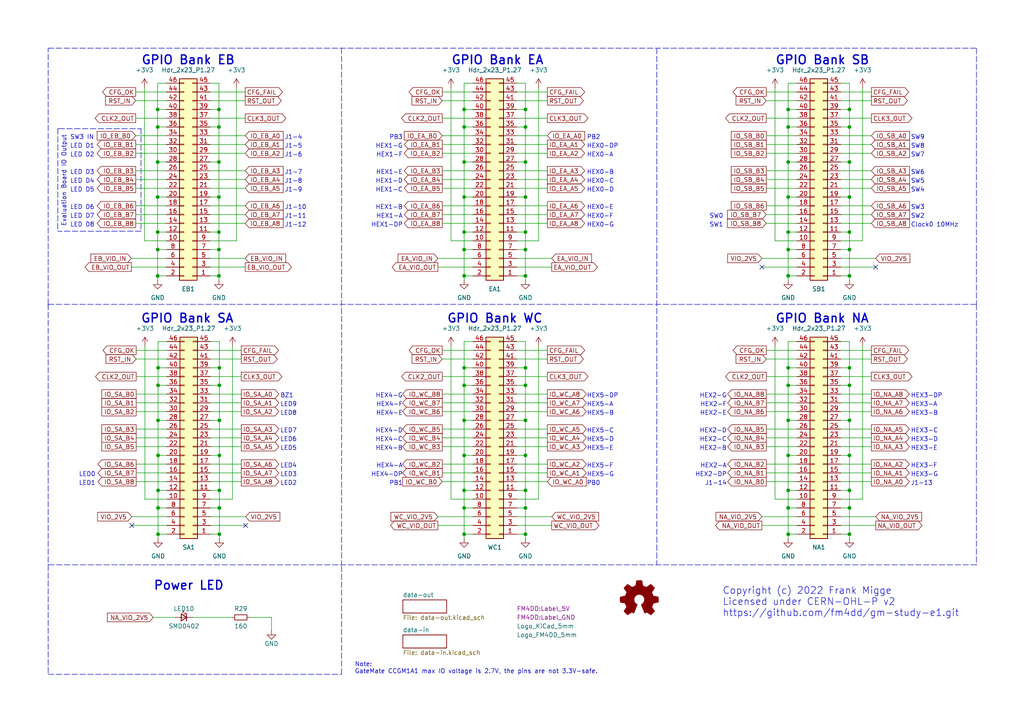
<source format=kicad_sch>
(kicad_sch (version 20211123) (generator eeschema)
  (paper "A4")
  (title_block (title "GateMate E1 Study Board") (date "2022-09-07") (rev "1.0"))
  (lib_symbols
    (symbol "Connector_Generic:Conn_02x23_Odd_Even" (pin_names (offset 1.016) hide)
      (property "Reference" "J" (at 1.27 30.48 0))
      (property "Value" "Conn_02x23_Odd_Even" (at 1.27 -30.48 0))
      (symbol "Conn_02x23_Odd_Even_1_1"
        (pin passive line (at -5.08 27.94 0) (length 3.81) (name "Pin_1") (number "1"))
        (pin passive line (at 7.62 17.78 180) (length 3.81) (name "Pin_10") (number "10"))
        (pin passive line (at -5.08 15.24 0) (length 3.81) (name "Pin_11") (number "11"))
        (pin passive line (at 7.62 15.24 180) (length 3.81) (name "Pin_12") (number "12"))
        (pin passive line (at -5.08 12.7 0) (length 3.81) (name "Pin_13") (number "13"))
        (pin passive line (at 7.62 12.7 180) (length 3.81) (name "Pin_14") (number "14"))
        (pin passive line (at -5.08 10.16 0) (length 3.81) (name "Pin_15") (number "15"))
        (pin passive line (at 7.62 10.16 180) (length 3.81) (name "Pin_16") (number "16"))
        (pin passive line (at -5.08 7.62 0) (length 3.81) (name "Pin_17") (number "17"))
        (pin passive line (at 7.62 7.62 180) (length 3.81) (name "Pin_18") (number "18"))
        (pin passive line (at -5.08 5.08 0) (length 3.81) (name "Pin_19") (number "19"))
        (pin passive line (at 7.62 27.94 180) (length 3.81) (name "Pin_2") (number "2"))
        (pin passive line (at 7.62 5.08 180) (length 3.81) (name "Pin_20") (number "20"))
        (pin passive line (at -5.08 2.54 0) (length 3.81) (name "Pin_21") (number "21"))
        (pin passive line (at 7.62 2.54 180) (length 3.81) (name "Pin_22") (number "22"))
        (pin passive line (at -5.08 0 0) (length 3.81) (name "Pin_23") (number "23"))
        (pin passive line (at 7.62 0 180) (length 3.81) (name "Pin_24") (number "24"))
        (pin passive line (at -5.08 -2.54 0) (length 3.81) (name "Pin_25") (number "25"))
        (pin passive line (at 7.62 -2.54 180) (length 3.81) (name "Pin_26") (number "26"))
        (pin passive line (at -5.08 -5.08 0) (length 3.81) (name "Pin_27") (number "27"))
        (pin passive line (at 7.62 -5.08 180) (length 3.81) (name "Pin_28") (number "28"))
        (pin passive line (at -5.08 -7.62 0) (length 3.81) (name "Pin_29") (number "29"))
        (pin passive line (at -5.08 25.4 0) (length 3.81) (name "Pin_3") (number "3"))
        (pin passive line (at 7.62 -7.62 180) (length 3.81) (name "Pin_30") (number "30"))
        (pin passive line (at -5.08 -10.16 0) (length 3.81) (name "Pin_31") (number "31"))
        (pin passive line (at 7.62 -10.16 180) (length 3.81) (name "Pin_32") (number "32"))
        (pin passive line (at -5.08 -12.7 0) (length 3.81) (name "Pin_33") (number "33"))
        (pin passive line (at 7.62 -12.7 180) (length 3.81) (name "Pin_34") (number "34"))
        (pin passive line (at -5.08 -15.24 0) (length 3.81) (name "Pin_35") (number "35"))
        (pin passive line (at 7.62 -15.24 180) (length 3.81) (name "Pin_36") (number "36"))
        (pin passive line (at -5.08 -17.78 0) (length 3.81) (name "Pin_37") (number "37"))
        (pin passive line (at 7.62 -17.78 180) (length 3.81) (name "Pin_38") (number "38"))
        (pin passive line (at -5.08 -20.32 0) (length 3.81) (name "Pin_39") (number "39"))
        (pin passive line (at 7.62 25.4 180) (length 3.81) (name "Pin_4") (number "4"))
        (pin passive line (at 7.62 -20.32 180) (length 3.81) (name "Pin_40") (number "40"))
        (pin passive line (at -5.08 -22.86 0) (length 3.81) (name "Pin_41") (number "41"))
        (pin passive line (at 7.62 -22.86 180) (length 3.81) (name "Pin_42") (number "42"))
        (pin passive line (at -5.08 -25.4 0) (length 3.81) (name "Pin_43") (number "43"))
        (pin passive line (at 7.62 -25.4 180) (length 3.81) (name "Pin_44") (number "44"))
        (pin passive line (at -5.08 -27.94 0) (length 3.81) (name "Pin_45") (number "45"))
        (pin passive line (at 7.62 -27.94 180) (length 3.81) (name "Pin_46") (number "46"))
        (pin passive line (at -5.08 22.86 0) (length 3.81) (name "Pin_5") (number "5"))
        (pin passive line (at 7.62 22.86 180) (length 3.81) (name "Pin_6") (number "6"))
        (pin passive line (at -5.08 20.32 0) (length 3.81) (name "Pin_7") (number "7"))
        (pin passive line (at 7.62 20.32 180) (length 3.81) (name "Pin_8") (number "8"))
        (pin passive line (at -5.08 17.78 0) (length 3.81) (name "Pin_9") (number "9"))
      )
    )
    (symbol "Device:LED_Small" (pin_numbers hide) (pin_names (offset 0.254) hide)
      (property "Reference" "D" (at -1.27 3.175 0))
      (property "Value" "LED_Small" (at -4.445 -2.54 0))
      (symbol "LED_Small_1_1"
        (pin passive line (at -2.54 0 0) (length 1.778) (name "K") (number "1"))
        (pin passive line (at 2.54 0 180) (length 1.778) (name "A") (number "2"))
      )
    )
    (symbol "Device:R_Small" (pin_numbers hide) (pin_names (offset 0.254) hide)
      (property "Reference" "R" (at 0.762 0.508 0))
      (property "Value" "R_Small" (at 0.762 -1.016 0))
      (symbol "R_Small_1_1"
        (pin passive line (at 0 2.54 270) (length 0.762) (name "~") (number "1"))
        (pin passive line (at 0 -2.54 90) (length 0.762) (name "~") (number "2"))
      )
    )
    (symbol "FM4DD:Label_5V" (pin_numbers hide) (pin_names (offset 0) hide)
      (property "Footprint" "FM4DD:5V_Label" (at 0 0 0))
    )
    (symbol "FM4DD:Label_GND" (pin_numbers hide) (pin_names (offset 0) hide)
      (property "Footprint" "FM4DD:GND_Label" (at 0 0 0))
    )
    (symbol "FM4DD:Logo_FM4DD_5mm" (pin_names (offset 1.016))
      (property "Value" "Logo_FM4DD_5mm" (at 0 0 0))
    )
    (symbol "FM4DD:Logo_KiCad_5mm" (pin_names (offset 1.016))
      (property "Value" "Logo_KiCad_5mm" (at 0 0 0))
    )
    (symbol "Graphic:Logo_Open_Hardware_Small" (pin_names (offset 1.016)))
    (symbol "power:+3V3" (power) (pin_names (offset 0))
      (property "Value" "+3V3" (at 0 3.556 0))
      (symbol "+3V3_1_1"
        (pin power_in line (at 0 0 90) (length 0) hide (name "+3V3") (number "1"))
      )
    )
    (symbol "power:GND" (power) (pin_names (offset 0))
      (property "Value" "GND" (at 0 -3.81 0))
      (symbol "GND_1_1"
        (pin power_in line (at 0 0 270) (length 0) hide (name "GND") (number "1"))
      )
    )
  )
  (junction (at 152.4 80.01))
  (junction (at 45.847 121.92))
  (junction (at 246.38 132.08))
  (junction (at 134.62 132.08))
  (junction (at 63.5 36.83))
  (junction (at 246.38 147.32))
  (junction (at 228.6 31.75))
  (junction (at 152.4 142.24))
  (junction (at 246.38 67.31))
  (junction (at 45.847 132.08))
  (junction (at 228.6 72.39))
  (junction (at 152.4 36.83))
  (junction (at 45.72 31.75))
  (junction (at 63.627 142.24))
  (junction (at 134.62 31.75))
  (junction (at 228.6 57.15))
  (junction (at 246.38 36.83))
  (junction (at 63.5 57.15))
  (junction (at 63.627 121.92))
  (junction (at 134.62 46.99))
  (junction (at 246.38 57.15))
  (junction (at 45.72 36.83))
  (junction (at 228.6 67.31))
  (junction (at 228.6 46.99))
  (junction (at 63.5 80.01))
  (junction (at 134.62 121.92))
  (junction (at 63.627 147.32))
  (junction (at 45.72 46.99))
  (junction (at 45.72 57.15))
  (junction (at 246.38 142.24))
  (junction (at 152.4 121.92))
  (junction (at 45.847 147.32))
  (junction (at 134.62 80.01))
  (junction (at 246.38 154.94))
  (junction (at 45.847 111.76))
  (junction (at 134.62 57.15))
  (junction (at 228.6 132.08))
  (junction (at 228.6 111.76))
  (junction (at 152.4 111.76))
  (junction (at 134.62 36.83))
  (junction (at 228.6 121.92))
  (junction (at 246.38 106.68))
  (junction (at 45.847 106.68))
  (junction (at 134.62 142.24))
  (junction (at 45.72 72.39))
  (junction (at 228.6 154.94))
  (junction (at 228.6 80.01))
  (junction (at 134.62 147.32))
  (junction (at 246.38 72.39))
  (junction (at 246.38 31.75))
  (junction (at 134.62 72.39))
  (junction (at 246.38 46.99))
  (junction (at 246.38 111.76))
  (junction (at 152.4 106.68))
  (junction (at 63.5 31.75))
  (junction (at 246.38 121.92))
  (junction (at 63.627 132.08))
  (junction (at 63.5 67.31))
  (junction (at 134.62 67.31))
  (junction (at 228.6 147.32))
  (junction (at 152.4 57.15))
  (junction (at 228.6 36.83))
  (junction (at 246.38 80.01))
  (junction (at 45.847 154.94))
  (junction (at 45.847 142.24))
  (junction (at 152.4 31.75))
  (junction (at 228.6 142.24))
  (junction (at 45.72 67.31))
  (junction (at 134.62 111.76))
  (junction (at 134.62 106.68))
  (junction (at 152.4 67.31))
  (junction (at 152.4 132.08))
  (junction (at 228.6 106.68))
  (junction (at 152.4 72.39))
  (junction (at 63.627 111.76))
  (junction (at 63.627 154.94))
  (junction (at 63.627 106.68))
  (junction (at 134.62 154.94))
  (junction (at 45.72 80.01))
  (junction (at 152.4 154.94))
  (junction (at 63.5 46.99))
  (junction (at 152.4 147.32))
  (junction (at 63.5 72.39))
  (junction (at 152.4 46.99))
  (no_connect (at 38.227 152.4))
  (no_connect (at 71.247 152.4))
  (no_connect (at 254 77.47))
  (no_connect (at 220.98 77.47))
  (wire (pts (xy 149.86 154.94) (xy 152.4 154.94)))
  (wire (pts (xy 149.86 46.99) (xy 152.4 46.99)))
  (wire (pts (xy 246.38 36.83) (xy 246.38 46.99)))
  (wire (pts (xy 250.19 25.4) (xy 250.19 69.85)))
  (wire (pts (xy 156.21 25.4) (xy 156.21 69.85)))
  (wire (pts (xy 63.627 121.92) (xy 63.627 132.08)))
  (wire (pts (xy 228.6 80.01) (xy 231.14 80.01)))
  (wire (pts (xy 45.847 99.06) (xy 45.847 106.68)))
  (wire (pts (xy 134.62 132.08) (xy 137.16 132.08)))
  (wire (pts (xy 60.96 39.37) (xy 71.12 39.37)))
  (wire (pts (xy 149.86 114.3) (xy 158.75 114.3)))
  (wire (pts (xy 134.62 80.01) (xy 137.16 80.01)))
  (wire (pts (xy 149.86 147.32) (xy 152.4 147.32)))
  (wire (pts (xy 63.5 36.83) (xy 63.5 46.99)))
  (wire (pts (xy 60.96 67.31) (xy 63.5 67.31)))
  (wire (pts (xy 222.25 139.7) (xy 231.14 139.7)))
  (wire (pts (xy 61.087 99.06) (xy 63.627 99.06)))
  (wire (pts (xy 45.847 147.32) (xy 45.847 154.94)))
  (wire (pts (xy 134.62 106.68) (xy 137.16 106.68)))
  (wire (pts (xy 60.96 31.75) (xy 63.5 31.75)))
  (wire (pts (xy 39.37 29.21) (xy 48.26 29.21)))
  (wire (pts (xy 243.84 26.67) (xy 252.73 26.67)))
  (polyline (pts (xy 13.97 88.9) (xy 13.97 88.265)))
  (wire (pts (xy 246.38 132.08) (xy 246.38 142.24)))
  (wire (pts (xy 45.72 36.83) (xy 48.26 36.83)))
  (wire (pts (xy 222.25 124.46) (xy 231.14 124.46)))
  (wire (pts (xy 60.96 64.77) (xy 71.12 64.77)))
  (wire (pts (xy 130.81 100.33) (xy 130.81 144.78)))
  (wire (pts (xy 128.27 64.77) (xy 137.16 64.77)))
  (wire (pts (xy 134.62 142.24) (xy 137.16 142.24)))
  (wire (pts (xy 39.37 44.45) (xy 48.26 44.45)))
  (wire (pts (xy 128.27 114.3) (xy 137.16 114.3)))
  (wire (pts (xy 243.84 62.23) (xy 252.73 62.23)))
  (wire (pts (xy 45.847 106.68) (xy 48.387 106.68)))
  (wire (pts (xy 149.86 54.61) (xy 158.75 54.61)))
  (wire (pts (xy 63.627 132.08) (xy 63.627 142.24)))
  (wire (pts (xy 243.84 142.24) (xy 246.38 142.24)))
  (wire (pts (xy 48.387 99.06) (xy 45.847 99.06)))
  (wire (pts (xy 246.38 121.92) (xy 246.38 132.08)))
  (wire (pts (xy 134.62 132.08) (xy 134.62 142.24)))
  (wire (pts (xy 243.84 134.62) (xy 252.73 134.62)))
  (wire (pts (xy 243.84 106.68) (xy 246.38 106.68)))
  (polyline (pts (xy 13.97 195.58) (xy 99.06 195.58)))
  (wire (pts (xy 228.6 67.31) (xy 228.6 72.39)))
  (wire (pts (xy 39.497 129.54) (xy 48.387 129.54)))
  (wire (pts (xy 243.84 116.84) (xy 252.73 116.84)))
  (wire (pts (xy 128.27 116.84) (xy 137.16 116.84)))
  (wire (pts (xy 60.96 36.83) (xy 63.5 36.83)))
  (wire (pts (xy 63.5 57.15) (xy 63.5 67.31)))
  (wire (pts (xy 228.6 147.32) (xy 231.14 147.32)))
  (wire (pts (xy 61.087 137.16) (xy 69.977 137.16)))
  (wire (pts (xy 39.497 116.84) (xy 48.387 116.84)))
  (wire (pts (xy 67.437 100.33) (xy 67.437 144.78)))
  (wire (pts (xy 61.087 104.14) (xy 69.977 104.14)))
  (wire (pts (xy 228.6 111.76) (xy 228.6 121.92)))
  (wire (pts (xy 222.25 116.84) (xy 231.14 116.84)))
  (wire (pts (xy 61.087 106.68) (xy 63.627 106.68)))
  (wire (pts (xy 39.37 26.67) (xy 48.26 26.67)))
  (wire (pts (xy 134.62 36.83) (xy 134.62 46.99)))
  (wire (pts (xy 243.84 127) (xy 252.73 127)))
  (wire (pts (xy 39.497 124.46) (xy 48.387 124.46)))
  (polyline (pts (xy 16.764 37.338) (xy 17.272 37.338)))
  (wire (pts (xy 228.6 154.94) (xy 228.6 156.21)))
  (wire (pts (xy 45.847 121.92) (xy 45.847 132.08)))
  (wire (pts (xy 149.86 119.38) (xy 158.75 119.38)))
  (wire (pts (xy 149.86 129.54) (xy 158.75 129.54)))
  (wire (pts (xy 243.84 77.47) (xy 254 77.47)))
  (wire (pts (xy 222.25 41.91) (xy 231.14 41.91)))
  (polyline (pts (xy 13.97 88.265) (xy 13.97 163.83)))
  (wire (pts (xy 228.6 31.75) (xy 231.14 31.75)))
  (wire (pts (xy 250.19 69.85) (xy 243.84 69.85)))
  (wire (pts (xy 224.79 100.33) (xy 224.79 144.78)))
  (wire (pts (xy 45.72 46.99) (xy 45.72 57.15)))
  (wire (pts (xy 130.81 144.78) (xy 137.16 144.78)))
  (wire (pts (xy 60.96 59.69) (xy 71.12 59.69)))
  (wire (pts (xy 134.62 72.39) (xy 137.16 72.39)))
  (wire (pts (xy 60.96 74.93) (xy 71.12 74.93)))
  (wire (pts (xy 222.25 29.21) (xy 231.14 29.21)))
  (wire (pts (xy 134.62 46.99) (xy 137.16 46.99)))
  (wire (pts (xy 61.087 101.6) (xy 69.977 101.6)))
  (wire (pts (xy 231.14 24.13) (xy 228.6 24.13)))
  (wire (pts (xy 45.72 67.31) (xy 48.26 67.31)))
  (wire (pts (xy 38.1 77.47) (xy 48.26 77.47)))
  (wire (pts (xy 127 152.4) (xy 137.16 152.4)))
  (wire (pts (xy 39.497 134.62) (xy 48.387 134.62)))
  (wire (pts (xy 128.27 59.69) (xy 137.16 59.69)))
  (wire (pts (xy 149.86 137.16) (xy 158.75 137.16)))
  (wire (pts (xy 60.96 24.13) (xy 63.5 24.13)))
  (wire (pts (xy 243.84 39.37) (xy 252.73 39.37)))
  (wire (pts (xy 243.84 29.21) (xy 252.73 29.21)))
  (wire (pts (xy 228.6 147.32) (xy 228.6 154.94)))
  (wire (pts (xy 149.86 59.69) (xy 158.75 59.69)))
  (wire (pts (xy 149.86 106.68) (xy 152.4 106.68)))
  (wire (pts (xy 243.84 54.61) (xy 252.73 54.61)))
  (wire (pts (xy 152.4 132.08) (xy 152.4 142.24)))
  (wire (pts (xy 243.84 49.53) (xy 252.73 49.53)))
  (wire (pts (xy 41.91 69.85) (xy 48.26 69.85)))
  (wire (pts (xy 128.27 127) (xy 137.16 127)))
  (wire (pts (xy 134.62 106.68) (xy 134.62 111.76)))
  (wire (pts (xy 63.627 142.24) (xy 63.627 147.32)))
  (polyline (pts (xy 283.21 163.83) (xy 13.97 163.83)))
  (wire (pts (xy 39.37 59.69) (xy 48.26 59.69)))
  (wire (pts (xy 246.38 24.13) (xy 246.38 31.75)))
  (wire (pts (xy 38.227 152.4) (xy 48.387 152.4)))
  (wire (pts (xy 246.38 67.31) (xy 246.38 72.39)))
  (wire (pts (xy 63.5 67.31) (xy 63.5 72.39)))
  (wire (pts (xy 134.62 154.94) (xy 137.16 154.94)))
  (wire (pts (xy 243.84 31.75) (xy 246.38 31.75)))
  (wire (pts (xy 149.86 41.91) (xy 158.75 41.91)))
  (wire (pts (xy 134.62 57.15) (xy 134.62 67.31)))
  (wire (pts (xy 222.25 54.61) (xy 231.14 54.61)))
  (wire (pts (xy 149.86 62.23) (xy 158.75 62.23)))
  (wire (pts (xy 134.62 111.76) (xy 137.16 111.76)))
  (wire (pts (xy 228.6 57.15) (xy 231.14 57.15)))
  (wire (pts (xy 134.62 154.94) (xy 134.62 156.21)))
  (wire (pts (xy 149.86 77.47) (xy 160.02 77.47)))
  (wire (pts (xy 60.96 26.67) (xy 71.12 26.67)))
  (wire (pts (xy 128.27 26.67) (xy 137.16 26.67)))
  (wire (pts (xy 246.38 147.32) (xy 246.38 154.94)))
  (wire (pts (xy 127 77.47) (xy 137.16 77.47)))
  (wire (pts (xy 45.847 121.92) (xy 48.387 121.92)))
  (wire (pts (xy 152.4 72.39) (xy 152.4 80.01)))
  (wire (pts (xy 149.86 134.62) (xy 158.75 134.62)))
  (wire (pts (xy 246.38 111.76) (xy 246.38 121.92)))
  (wire (pts (xy 246.38 31.75) (xy 246.38 36.83)))
  (wire (pts (xy 228.6 132.08) (xy 231.14 132.08)))
  (wire (pts (xy 128.27 124.46) (xy 137.16 124.46)))
  (wire (pts (xy 61.087 139.7) (xy 69.977 139.7)))
  (wire (pts (xy 228.6 72.39) (xy 228.6 80.01)))
  (wire (pts (xy 243.84 52.07) (xy 252.73 52.07)))
  (wire (pts (xy 137.16 24.13) (xy 134.62 24.13)))
  (wire (pts (xy 220.98 74.93) (xy 231.14 74.93)))
  (wire (pts (xy 61.087 147.32) (xy 63.627 147.32)))
  (wire (pts (xy 42.037 100.33) (xy 42.037 144.78)))
  (wire (pts (xy 222.25 114.3) (xy 231.14 114.3)))
  (wire (pts (xy 152.4 111.76) (xy 152.4 121.92)))
  (wire (pts (xy 60.96 62.23) (xy 71.12 62.23)))
  (wire (pts (xy 45.847 154.94) (xy 48.387 154.94)))
  (wire (pts (xy 222.25 62.23) (xy 231.14 62.23)))
  (wire (pts (xy 243.84 111.76) (xy 246.38 111.76)))
  (wire (pts (xy 41.91 25.4) (xy 41.91 69.85)))
  (wire (pts (xy 128.27 44.45) (xy 137.16 44.45)))
  (wire (pts (xy 45.847 142.24) (xy 45.847 147.32)))
  (wire (pts (xy 149.86 99.06) (xy 152.4 99.06)))
  (wire (pts (xy 243.84 74.93) (xy 254 74.93)))
  (wire (pts (xy 228.6 24.13) (xy 228.6 31.75)))
  (wire (pts (xy 134.62 31.75) (xy 137.16 31.75)))
  (wire (pts (xy 61.087 149.86) (xy 71.247 149.86)))
  (wire (pts (xy 60.96 29.21) (xy 71.12 29.21)))
  (wire (pts (xy 152.4 106.68) (xy 152.4 111.76)))
  (wire (pts (xy 149.86 142.24) (xy 152.4 142.24)))
  (wire (pts (xy 63.5 46.99) (xy 63.5 57.15)))
  (wire (pts (xy 60.96 46.99) (xy 63.5 46.99)))
  (wire (pts (xy 149.86 109.22) (xy 158.75 109.22)))
  (wire (pts (xy 42.037 144.78) (xy 48.387 144.78)))
  (wire (pts (xy 60.96 54.61) (xy 71.12 54.61)))
  (wire (pts (xy 63.627 154.94) (xy 63.627 156.21)))
  (wire (pts (xy 149.86 24.13) (xy 152.4 24.13)))
  (polyline (pts (xy 13.97 88.265) (xy 283.21 88.265)))
  (wire (pts (xy 134.62 80.01) (xy 134.62 81.28)))
  (wire (pts (xy 60.96 49.53) (xy 71.12 49.53)))
  (wire (pts (xy 39.37 34.29) (xy 48.26 34.29)))
  (wire (pts (xy 61.087 109.22) (xy 69.977 109.22)))
  (wire (pts (xy 243.84 129.54) (xy 252.73 129.54)))
  (wire (pts (xy 61.087 121.92) (xy 63.627 121.92)))
  (wire (pts (xy 152.4 24.13) (xy 152.4 31.75)))
  (wire (pts (xy 222.25 64.77) (xy 231.14 64.77)))
  (polyline (pts (xy 283.21 88.265) (xy 283.21 163.83)))
  (wire (pts (xy 224.79 69.85) (xy 231.14 69.85)))
  (wire (pts (xy 67.437 144.78) (xy 61.087 144.78)))
  (wire (pts (xy 55.88 179.07) (xy 67.31 179.07)))
  (wire (pts (xy 149.86 67.31) (xy 152.4 67.31)))
  (wire (pts (xy 45.847 132.08) (xy 48.387 132.08)))
  (wire (pts (xy 45.72 57.15) (xy 48.26 57.15)))
  (wire (pts (xy 243.84 124.46) (xy 252.73 124.46)))
  (wire (pts (xy 149.86 104.14) (xy 158.75 104.14)))
  (wire (pts (xy 243.84 121.92) (xy 246.38 121.92)))
  (wire (pts (xy 45.72 57.15) (xy 45.72 67.31)))
  (wire (pts (xy 72.39 179.07) (xy 78.74 179.07)))
  (wire (pts (xy 134.62 31.75) (xy 134.62 36.83)))
  (wire (pts (xy 45.72 72.39) (xy 48.26 72.39)))
  (wire (pts (xy 149.86 26.67) (xy 158.75 26.67)))
  (wire (pts (xy 60.96 41.91) (xy 71.12 41.91)))
  (wire (pts (xy 61.087 132.08) (xy 63.627 132.08)))
  (wire (pts (xy 222.25 129.54) (xy 231.14 129.54)))
  (wire (pts (xy 39.37 64.77) (xy 48.26 64.77)))
  (wire (pts (xy 222.25 134.62) (xy 231.14 134.62)))
  (wire (pts (xy 152.4 142.24) (xy 152.4 147.32)))
  (wire (pts (xy 45.847 132.08) (xy 45.847 142.24)))
  (wire (pts (xy 228.6 142.24) (xy 231.14 142.24)))
  (wire (pts (xy 228.6 121.92) (xy 228.6 132.08)))
  (wire (pts (xy 246.38 46.99) (xy 246.38 57.15)))
  (wire (pts (xy 228.6 31.75) (xy 228.6 36.83)))
  (wire (pts (xy 128.27 39.37) (xy 137.16 39.37)))
  (wire (pts (xy 246.38 72.39) (xy 246.38 80.01)))
  (wire (pts (xy 243.84 154.94) (xy 246.38 154.94)))
  (wire (pts (xy 243.84 147.32) (xy 246.38 147.32)))
  (wire (pts (xy 222.25 59.69) (xy 231.14 59.69)))
  (wire (pts (xy 149.86 29.21) (xy 158.75 29.21)))
  (wire (pts (xy 45.847 106.68) (xy 45.847 111.76)))
  (wire (pts (xy 134.62 67.31) (xy 134.62 72.39)))
  (wire (pts (xy 60.96 80.01) (xy 63.5 80.01)))
  (polyline (pts (xy 13.97 13.97) (xy 283.21 13.97)))
  (wire (pts (xy 128.27 137.16) (xy 137.16 137.16)))
  (wire (pts (xy 152.4 99.06) (xy 152.4 106.68)))
  (wire (pts (xy 45.847 111.76) (xy 48.387 111.76)))
  (wire (pts (xy 222.25 44.45) (xy 231.14 44.45)))
  (wire (pts (xy 134.62 142.24) (xy 134.62 147.32)))
  (wire (pts (xy 246.38 106.68) (xy 246.38 111.76)))
  (wire (pts (xy 243.84 36.83) (xy 246.38 36.83)))
  (wire (pts (xy 63.627 147.32) (xy 63.627 154.94)))
  (wire (pts (xy 127 149.86) (xy 137.16 149.86)))
  (wire (pts (xy 45.847 142.24) (xy 48.387 142.24)))
  (wire (pts (xy 243.84 59.69) (xy 252.73 59.69)))
  (wire (pts (xy 134.62 111.76) (xy 134.62 121.92)))
  (wire (pts (xy 134.62 121.92) (xy 137.16 121.92)))
  (wire (pts (xy 63.627 106.68) (xy 63.627 111.76)))
  (polyline (pts (xy 13.97 163.83) (xy 13.97 195.58)))
  (wire (pts (xy 149.86 149.86) (xy 160.02 149.86)))
  (wire (pts (xy 61.087 119.38) (xy 69.977 119.38)))
  (wire (pts (xy 228.6 132.08) (xy 228.6 142.24)))
  (wire (pts (xy 61.087 116.84) (xy 69.977 116.84)))
  (wire (pts (xy 39.497 119.38) (xy 48.387 119.38)))
  (wire (pts (xy 60.96 34.29) (xy 71.12 34.29)))
  (wire (pts (xy 149.86 31.75) (xy 152.4 31.75)))
  (wire (pts (xy 149.86 144.78) (xy 156.21 144.78)))
  (wire (pts (xy 61.087 154.94) (xy 63.627 154.94)))
  (wire (pts (xy 39.37 39.37) (xy 48.26 39.37)))
  (wire (pts (xy 149.86 72.39) (xy 152.4 72.39)))
  (wire (pts (xy 39.497 109.22) (xy 48.387 109.22)))
  (wire (pts (xy 231.14 99.06) (xy 228.6 99.06)))
  (wire (pts (xy 39.497 101.6) (xy 48.387 101.6)))
  (wire (pts (xy 243.84 99.06) (xy 246.38 99.06)))
  (wire (pts (xy 228.6 142.24) (xy 228.6 147.32)))
  (wire (pts (xy 149.86 39.37) (xy 158.75 39.37)))
  (wire (pts (xy 149.86 152.4) (xy 160.02 152.4)))
  (wire (pts (xy 222.25 26.67) (xy 231.14 26.67)))
  (wire (pts (xy 68.58 69.85) (xy 60.96 69.85)))
  (wire (pts (xy 243.84 41.91) (xy 252.73 41.91)))
  (wire (pts (xy 45.72 67.31) (xy 45.72 72.39)))
  (wire (pts (xy 45.72 80.01) (xy 48.26 80.01)))
  (wire (pts (xy 228.6 99.06) (xy 228.6 106.68)))
  (wire (pts (xy 128.27 134.62) (xy 137.16 134.62)))
  (wire (pts (xy 134.62 121.92) (xy 134.62 132.08)))
  (wire (pts (xy 63.627 111.76) (xy 63.627 121.92)))
  (wire (pts (xy 243.84 152.4) (xy 254 152.4)))
  (wire (pts (xy 224.79 144.78) (xy 231.14 144.78)))
  (wire (pts (xy 243.84 67.31) (xy 246.38 67.31)))
  (wire (pts (xy 228.6 57.15) (xy 228.6 67.31)))
  (wire (pts (xy 222.25 39.37) (xy 231.14 39.37)))
  (wire (pts (xy 228.6 154.94) (xy 231.14 154.94)))
  (wire (pts (xy 149.86 101.6) (xy 158.75 101.6)))
  (wire (pts (xy 250.19 100.33) (xy 250.19 144.78)))
  (wire (pts (xy 243.84 149.86) (xy 254 149.86)))
  (wire (pts (xy 134.62 99.06) (xy 134.62 106.68)))
  (wire (pts (xy 39.37 41.91) (xy 48.26 41.91)))
  (wire (pts (xy 128.27 109.22) (xy 137.16 109.22)))
  (wire (pts (xy 243.84 44.45) (xy 252.73 44.45)))
  (wire (pts (xy 220.98 149.86) (xy 231.14 149.86)))
  (wire (pts (xy 134.62 57.15) (xy 137.16 57.15)))
  (polyline (pts (xy 16.764 37.338) (xy 16.764 67.056)))
  (wire (pts (xy 128.27 62.23) (xy 137.16 62.23)))
  (wire (pts (xy 61.087 111.76) (xy 63.627 111.76)))
  (wire (pts (xy 39.37 54.61) (xy 48.26 54.61)))
  (wire (pts (xy 246.38 57.15) (xy 246.38 67.31)))
  (wire (pts (xy 243.84 80.01) (xy 246.38 80.01)))
  (wire (pts (xy 243.84 34.29) (xy 252.73 34.29)))
  (wire (pts (xy 63.5 24.13) (xy 63.5 31.75)))
  (wire (pts (xy 60.96 72.39) (xy 63.5 72.39)))
  (wire (pts (xy 152.4 57.15) (xy 152.4 67.31)))
  (wire (pts (xy 149.86 139.7) (xy 158.75 139.7)))
  (wire (pts (xy 222.25 52.07) (xy 231.14 52.07)))
  (wire (pts (xy 45.72 80.01) (xy 45.72 81.28)))
  (wire (pts (xy 149.86 121.92) (xy 152.4 121.92)))
  (wire (pts (xy 128.27 49.53) (xy 137.16 49.53)))
  (wire (pts (xy 220.98 77.47) (xy 231.14 77.47)))
  (wire (pts (xy 246.38 142.24) (xy 246.38 147.32)))
  (wire (pts (xy 243.84 119.38) (xy 252.73 119.38)))
  (wire (pts (xy 137.16 99.06) (xy 134.62 99.06)))
  (wire (pts (xy 149.86 111.76) (xy 152.4 111.76)))
  (wire (pts (xy 152.4 154.94) (xy 152.4 156.21)))
  (wire (pts (xy 222.25 101.6) (xy 231.14 101.6)))
  (wire (pts (xy 60.96 57.15) (xy 63.5 57.15)))
  (wire (pts (xy 61.087 134.62) (xy 69.977 134.62)))
  (wire (pts (xy 228.6 111.76) (xy 231.14 111.76)))
  (wire (pts (xy 243.84 101.6) (xy 252.73 101.6)))
  (wire (pts (xy 243.84 144.78) (xy 250.19 144.78)))
  (wire (pts (xy 45.72 31.75) (xy 45.72 36.83)))
  (wire (pts (xy 222.25 127) (xy 231.14 127)))
  (wire (pts (xy 45.847 147.32) (xy 48.387 147.32)))
  (wire (pts (xy 149.86 132.08) (xy 152.4 132.08)))
  (wire (pts (xy 45.847 154.94) (xy 45.847 156.21)))
  (wire (pts (xy 63.5 31.75) (xy 63.5 36.83)))
  (wire (pts (xy 220.98 152.4) (xy 231.14 152.4)))
  (wire (pts (xy 134.62 46.99) (xy 134.62 57.15)))
  (wire (pts (xy 128.27 34.29) (xy 137.16 34.29)))
  (wire (pts (xy 39.37 52.07) (xy 48.26 52.07)))
  (wire (pts (xy 156.21 144.78) (xy 156.21 100.33)))
  (wire (pts (xy 128.27 119.38) (xy 137.16 119.38)))
  (polyline (pts (xy 190.5 13.97) (xy 190.5 163.83)))
  (wire (pts (xy 228.6 121.92) (xy 231.14 121.92)))
  (wire (pts (xy 68.58 25.4) (xy 68.58 69.85)))
  (wire (pts (xy 128.27 54.61) (xy 137.16 54.61)))
  (wire (pts (xy 243.84 64.77) (xy 252.73 64.77)))
  (wire (pts (xy 228.6 36.83) (xy 231.14 36.83)))
  (wire (pts (xy 152.4 121.92) (xy 152.4 132.08)))
  (wire (pts (xy 243.84 139.7) (xy 252.73 139.7)))
  (wire (pts (xy 48.26 24.13) (xy 45.72 24.13)))
  (polyline (pts (xy 13.97 88.265) (xy 13.97 13.97)))
  (wire (pts (xy 149.86 127) (xy 158.75 127)))
  (wire (pts (xy 246.38 99.06) (xy 246.38 106.68)))
  (wire (pts (xy 228.6 67.31) (xy 231.14 67.31)))
  (wire (pts (xy 134.62 67.31) (xy 137.16 67.31)))
  (wire (pts (xy 60.96 44.45) (xy 71.12 44.45)))
  (wire (pts (xy 45.72 72.39) (xy 45.72 80.01)))
  (wire (pts (xy 128.27 41.91) (xy 137.16 41.91)))
  (wire (pts (xy 243.84 46.99) (xy 246.38 46.99)))
  (wire (pts (xy 45.72 46.99) (xy 48.26 46.99)))
  (polyline (pts (xy 40.894 67.056) (xy 16.764 67.056)))
  (wire (pts (xy 39.497 114.3) (xy 48.387 114.3)))
  (wire (pts (xy 63.5 72.39) (xy 63.5 80.01)))
  (wire (pts (xy 243.84 109.22) (xy 252.73 109.22)))
  (wire (pts (xy 152.4 80.01) (xy 152.4 81.28)))
  (wire (pts (xy 246.38 154.94) (xy 246.38 156.21)))
  (wire (pts (xy 149.86 36.83) (xy 152.4 36.83)))
  (wire (pts (xy 78.74 179.07) (xy 78.74 182.88)))
  (wire (pts (xy 152.4 36.83) (xy 152.4 46.99)))
  (wire (pts (xy 134.62 72.39) (xy 134.62 80.01)))
  (wire (pts (xy 149.86 124.46) (xy 158.75 124.46)))
  (wire (pts (xy 149.86 64.77) (xy 158.75 64.77)))
  (wire (pts (xy 228.6 46.99) (xy 228.6 57.15)))
  (wire (pts (xy 222.25 137.16) (xy 231.14 137.16)))
  (wire (pts (xy 128.27 52.07) (xy 137.16 52.07)))
  (wire (pts (xy 152.4 147.32) (xy 152.4 154.94)))
  (wire (pts (xy 45.72 24.13) (xy 45.72 31.75)))
  (wire (pts (xy 222.25 119.38) (xy 231.14 119.38)))
  (wire (pts (xy 134.62 147.32) (xy 134.62 154.94)))
  (wire (pts (xy 128.27 139.7) (xy 137.16 139.7)))
  (wire (pts (xy 39.37 62.23) (xy 48.26 62.23)))
  (wire (pts (xy 228.6 36.83) (xy 228.6 46.99)))
  (wire (pts (xy 60.96 52.07) (xy 71.12 52.07)))
  (wire (pts (xy 134.62 36.83) (xy 137.16 36.83)))
  (wire (pts (xy 38.227 149.86) (xy 48.387 149.86)))
  (wire (pts (xy 130.81 69.85) (xy 137.16 69.85)))
  (wire (pts (xy 228.6 46.99) (xy 231.14 46.99)))
  (wire (pts (xy 243.84 57.15) (xy 246.38 57.15)))
  (wire (pts (xy 149.86 44.45) (xy 158.75 44.45)))
  (polyline (pts (xy 190.5 163.83) (xy 190.5 163.83)))
  (polyline (pts (xy 99.06 195.58) (xy 99.06 163.83)))
  (wire (pts (xy 61.087 152.4) (xy 71.247 152.4)))
  (wire (pts (xy 243.84 137.16) (xy 252.73 137.16)))
  (wire (pts (xy 149.86 34.29) (xy 158.75 34.29)))
  (wire (pts (xy 149.86 52.07) (xy 158.75 52.07)))
  (wire (pts (xy 60.96 77.47) (xy 71.12 77.47)))
  (wire (pts (xy 39.37 49.53) (xy 48.26 49.53)))
  (wire (pts (xy 243.84 104.14) (xy 252.73 104.14)))
  (wire (pts (xy 128.27 104.14) (xy 137.16 104.14)))
  (wire (pts (xy 61.087 127) (xy 69.977 127)))
  (polyline (pts (xy 99.06 13.97) (xy 99.06 163.83)))
  (wire (pts (xy 243.84 132.08) (xy 246.38 132.08)))
  (wire (pts (xy 63.627 99.06) (xy 63.627 106.68)))
  (wire (pts (xy 127 74.93) (xy 137.16 74.93)))
  (wire (pts (xy 222.25 104.14) (xy 231.14 104.14)))
  (wire (pts (xy 228.6 80.01) (xy 228.6 81.28)))
  (wire (pts (xy 39.497 104.14) (xy 48.387 104.14)))
  (wire (pts (xy 228.6 72.39) (xy 231.14 72.39)))
  (wire (pts (xy 152.4 31.75) (xy 152.4 36.83)))
  (wire (pts (xy 39.497 139.7) (xy 48.387 139.7)))
  (wire (pts (xy 128.27 129.54) (xy 137.16 129.54)))
  (wire (pts (xy 130.81 25.4) (xy 130.81 69.85)))
  (polyline (pts (xy 40.894 37.338) (xy 40.894 67.056)))
  (wire (pts (xy 222.25 49.53) (xy 231.14 49.53)))
  (wire (pts (xy 243.84 72.39) (xy 246.38 72.39)))
  (wire (pts (xy 149.86 74.93) (xy 160.02 74.93)))
  (wire (pts (xy 222.25 109.22) (xy 231.14 109.22)))
  (wire (pts (xy 149.86 49.53) (xy 158.75 49.53)))
  (wire (pts (xy 246.38 80.01) (xy 246.38 81.28)))
  (wire (pts (xy 152.4 67.31) (xy 152.4 72.39)))
  (wire (pts (xy 134.62 24.13) (xy 134.62 31.75)))
  (wire (pts (xy 156.21 69.85) (xy 149.86 69.85)))
  (wire (pts (xy 228.6 106.68) (xy 231.14 106.68)))
  (wire (pts (xy 243.84 114.3) (xy 252.73 114.3)))
  (wire (pts (xy 128.27 101.6) (xy 137.16 101.6)))
  (wire (pts (xy 38.1 74.93) (xy 48.26 74.93)))
  (wire (pts (xy 149.86 80.01) (xy 152.4 80.01)))
  (wire (pts (xy 152.4 46.99) (xy 152.4 57.15)))
  (wire (pts (xy 128.27 29.21) (xy 137.16 29.21)))
  (wire (pts (xy 149.86 57.15) (xy 152.4 57.15)))
  (wire (pts (xy 134.62 147.32) (xy 137.16 147.32)))
  (wire (pts (xy 45.847 111.76) (xy 45.847 121.92)))
  (wire (pts (xy 44.45 179.07) (xy 50.8 179.07)))
  (polyline (pts (xy 17.018 37.338) (xy 40.894 37.338)))
  (wire (pts (xy 224.79 25.4) (xy 224.79 69.85)))
  (wire (pts (xy 45.72 36.83) (xy 45.72 46.99)))
  (wire (pts (xy 61.087 142.24) (xy 63.627 142.24)))
  (wire (pts (xy 61.087 124.46) (xy 69.977 124.46)))
  (wire (pts (xy 149.86 116.84) (xy 158.75 116.84)))
  (polyline (pts (xy 283.21 13.97) (xy 283.21 88.265)))
  (wire (pts (xy 39.497 127) (xy 48.387 127)))
  (wire (pts (xy 63.5 80.01) (xy 63.5 81.28)))
  (wire (pts (xy 243.84 24.13) (xy 246.38 24.13)))
  (wire (pts (xy 61.087 129.54) (xy 69.977 129.54)))
  (wire (pts (xy 228.6 106.68) (xy 228.6 111.76)))
  (wire (pts (xy 39.497 137.16) (xy 48.387 137.16)))
  (wire (pts (xy 61.087 114.3) (xy 69.977 114.3)))
  (wire (pts (xy 222.25 34.29) (xy 231.14 34.29)))
  (wire (pts (xy 45.72 31.75) (xy 48.26 31.75)))
  (text "HEX1-A" (at 116.84 63.5 180) (effects (font (size 1.27 1.27)) (justify right bottom)))
  (text "BZ1" (at 81.28 115.57 0) (effects (font (size 1.27 1.27)) (justify left bottom)))
  (text "SW3" (at 264.16 60.96 0) (effects (font (size 1.27 1.27)) (justify left bottom)))
  (text "PB0" (at 170.18 140.97 0) (effects (font (size 1.27 1.27)) (justify left bottom)))
  (text "LED7" (at 81.28 125.73 0) (effects (font (size 1.27 1.27)) (justify left bottom)))
  (text "HEX5-C" (at 170.18 125.73 0) (effects (font (size 1.27 1.27)) (justify left bottom)))
  (text "SW7" (at 264.16 45.72 0) (effects (font (size 1.27 1.27)) (justify left bottom)))
  (text "HEX1-B" (at 116.84 60.96 180) (effects (font (size 1.27 1.27)) (justify right bottom)))
  (text "HEX1-E" (at 116.84 50.8 180) (effects (font (size 1.27 1.27)) (justify right bottom)))
  (text "LED D3" (at 20.32 50.8 0) (effects (font (size 1.27 1.27)) (justify left bottom)))
  (text "Note:\nGateMate CCGM1A1 max IO voltage is 2.7V, the pins are not 3.3V-safe." (at 102.87 195.58 0) (effects (font (size 1.27 1.27)) (justify left bottom)))
  (text "LED D7" (at 20.32 63.5 0) (effects (font (size 1.27 1.27)) (justify left bottom)))
  (text "HEX3-B" (at 264.16 120.65 0) (effects (font (size 1.27 1.27)) (justify left bottom)))
  (text "SW4" (at 264.16 55.88 0) (effects (font (size 1.27 1.27)) (justify left bottom)))
  (text "LED D2" (at 20.32 45.72 0) (effects (font (size 1.27 1.27)) (justify left bottom)))
  (text "SW8" (at 264.16 43.18 0) (effects (font (size 1.27 1.27)) (justify left bottom)))
  (text "HEX0-F" (at 170.18 63.5 0) (effects (font (size 1.27 1.27)) (justify left bottom)))
  (text "J1-7" (at 82.55 50.8 0) (effects (font (size 1.27 1.27)) (justify left bottom)))
  (text "HEX5-A" (at 170.18 118.11 0) (effects (font (size 1.27 1.27)) (justify left bottom)))
  (text "J1-10" (at 82.55 60.96 0) (effects (font (size 1.27 1.27)) (justify left bottom)))
  (text "HEX4-D" (at 116.84 125.73 180) (effects (font (size 1.27 1.27)) (justify right bottom)))
  (text "HEX5-E" (at 170.18 130.81 0) (effects (font (size 1.27 1.27)) (justify left bottom)))
  (text "SW3 IN" (at 20.32 40.64 0) (effects (font (size 1.27 1.27)) (justify left bottom)))
  (text "HEX4-F" (at 116.84 118.11 180) (effects (font (size 1.27 1.27)) (justify right bottom)))
  (text "HEX1-F" (at 116.84 45.72 180) (effects (font (size 1.27 1.27)) (justify right bottom)))
  (text "SW0" (at 205.74 63.5 0) (effects (font (size 1.27 1.27)) (justify left bottom)))
  (text "SW1" (at 205.74 66.04 0) (effects (font (size 1.27 1.27)) (justify left bottom)))
  (text "LED D8" (at 20.32 66.04 0) (effects (font (size 1.27 1.27)) (justify left bottom)))
  (text "HEX3-C" (at 264.16 125.73 0) (effects (font (size 1.27 1.27)) (justify left bottom)))
  (text "Clock0 10MHz" (at 264.16 66.04 0) (effects (font (size 1.27 1.27)) (justify left bottom)))
  (text "LED D4" (at 20.32 53.34 0) (effects (font (size 1.27 1.27)) (justify left bottom)))
  (text "HEX3-DP" (at 264.16 115.57 0) (effects (font (size 1.27 1.27)) (justify left bottom)))
  (text "SW6" (at 264.16 50.8 0) (effects (font (size 1.27 1.27)) (justify left bottom)))
  (text "HEX0-G" (at 170.18 66.04 0) (effects (font (size 1.27 1.27)) (justify left bottom)))
  (text "J1-6" (at 82.55 45.72 0) (effects (font (size 1.27 1.27)) (justify left bottom)))
  (text "HEX2-DP" (at 210.82 138.43 180) (effects (font (size 1.27 1.27)) (justify right bottom)))
  (text "GPIO Bank NA" (at 224.79 93.98 0) (effects (font (size 2.54 2.54) (thickness 0.4) bold) (justify left bottom)))
  (text "LED0" (at 22.86 138.43 0) (effects (font (size 1.27 1.27)) (justify left bottom)))
  (text "Evaluation Board IO Output" (at 19.304 65.786 90) (effects (font (size 1.27 1.27)) (justify left bottom)))
  (text "HEX3-A" (at 264.16 118.11 0) (effects (font (size 1.27 1.27)) (justify left bottom)))
  (text "LED4" (at 81.28 135.89 0) (effects (font (size 1.27 1.27)) (justify left bottom)))
  (text "J1-11" (at 82.55 63.5 0) (effects (font (size 1.27 1.27)) (justify left bottom)))
  (text "J1-13" (at 264.16 140.97 0) (effects (font (size 1.27 1.27)) (justify left bottom)))
  (text "HEX0-D" (at 170.18 55.88 0) (effects (font (size 1.27 1.27)) (justify left bottom)))
  (text "HEX2-C" (at 210.82 128.27 180) (effects (font (size 1.27 1.27)) (justify right bottom)))
  (text "HEX5-D" (at 170.18 128.27 0) (effects (font (size 1.27 1.27)) (justify left bottom)))
  (text "HEX1-C" (at 116.84 55.88 180) (effects (font (size 1.27 1.27)) (justify right bottom)))
  (text "HEX2-G" (at 210.82 115.57 180) (effects (font (size 1.27 1.27)) (justify right bottom)))
  (text "LED6" (at 81.28 128.27 0) (effects (font (size 1.27 1.27)) (justify left bottom)))
  (text "GPIO Bank SB" (at 224.79 19.05 0) (effects (font (size 2.54 2.54) (thickness 0.4) bold) (justify left bottom)))
  (text "GPIO Bank SA" (at 40.767 93.98 0) (effects (font (size 2.54 2.54) (thickness 0.4) bold) (justify left bottom)))
  (text "HEX3-E" (at 264.16 130.81 0) (effects (font (size 1.27 1.27)) (justify left bottom)))
  (text "LED2" (at 81.28 140.97 0) (effects (font (size 1.27 1.27)) (justify left bottom)))
  (text "J1-12" (at 82.55 66.04 0) (effects (font (size 1.27 1.27)) (justify left bottom)))
  (text "PB2" (at 170.18 40.64 0) (effects (font (size 1.27 1.27)) (justify left bottom)))
  (text "LED9" (at 81.28 118.11 0) (effects (font (size 1.27 1.27)) (justify left bottom)))
  (text "HEX5-B" (at 170.18 120.65 0) (effects (font (size 1.27 1.27)) (justify left bottom)))
  (text "HEX5-G" (at 170.18 138.43 0) (effects (font (size 1.27 1.27)) (justify left bottom)))
  (text "HEX4-DP" (at 116.84 138.43 180) (effects (font (size 1.27 1.27)) (justify right bottom)))
  (text "HEX1-G" (at 116.84 43.18 180) (effects (font (size 1.27 1.27)) (justify right bottom)))
  (text "HEX0-A" (at 170.18 45.72 0) (effects (font (size 1.27 1.27)) (justify left bottom)))
  (text "HEX4-G" (at 116.84 115.57 180) (effects (font (size 1.27 1.27)) (justify right bottom)))
  (text "J1-4" (at 82.55 40.64 0) (effects (font (size 1.27 1.27)) (justify left bottom)))
  (text "GPIO Bank EB" (at 40.894 19.05 0) (effects (font (size 2.54 2.54) (thickness 0.4) bold) (justify left bottom)))
  (text "HEX2-E" (at 210.82 120.65 180) (effects (font (size 1.27 1.27)) (justify right bottom)))
  (text "HEX1-DP" (at 116.84 66.04 180) (effects (font (size 1.27 1.27)) (justify right bottom)))
  (text "HEX5-F" (at 170.18 135.89 0) (effects (font (size 1.27 1.27)) (justify left bottom)))
  (text "J1-8" (at 82.55 53.34 0) (effects (font (size 1.27 1.27)) (justify left bottom)))
  (text "PB3" (at 116.84 40.64 180) (effects (font (size 1.27 1.27)) (justify right bottom)))
  (text "LED D5" (at 20.32 55.88 0) (effects (font (size 1.27 1.27)) (justify left bottom)))
  (text "HEX3-D" (at 264.16 128.27 0) (effects (font (size 1.27 1.27)) (justify left bottom)))
  (text "HEX2-B" (at 210.82 130.81 180) (effects (font (size 1.27 1.27)) (justify right bottom)))
  (text "HEX0-C" (at 170.18 53.34 0) (effects (font (size 1.27 1.27)) (justify left bottom)))
  (text "LED D6" (at 20.32 60.96 0) (effects (font (size 1.27 1.27)) (justify left bottom)))
  (text "SW9" (at 264.16 40.64 0) (effects (font (size 1.27 1.27)) (justify left bottom)))
  (text "HEX4-B" (at 116.84 130.81 180) (effects (font (size 1.27 1.27)) (justify right bottom)))
  (text "HEX0-E" (at 170.18 60.96 0) (effects (font (size 1.27 1.27)) (justify left bottom)))
  (text "HEX3-G" (at 264.16 138.43 0) (effects (font (size 1.27 1.27)) (justify left bottom)))
  (text "HEX5-DP" (at 170.18 115.57 0) (effects (font (size 1.27 1.27)) (justify left bottom)))
  (text "GPIO Bank WC" (at 129.54 93.98 0) (effects (font (size 2.54 2.54) (thickness 0.4) bold) (justify left bottom)))
  (text "HEX0-DP" (at 170.18 43.18 0) (effects (font (size 1.27 1.27)) (justify left bottom)))
  (text "HEX4-E" (at 116.84 120.65 180) (effects (font (size 1.27 1.27)) (justify right bottom)))
  (text "LED D1" (at 20.32 43.18 0) (effects (font (size 1.27 1.27)) (justify left bottom)))
  (text "PB1" (at 116.84 140.97 180) (effects (font (size 1.27 1.27)) (justify right bottom)))
  (text "Copyright (c) 2022 Frank Migge\nLicensed under CERN-OHL-P v2\nhttps://github.com/fm4dd/gm-study-e1.git" (at 209.55 179.07 0) (effects (font (size 2 2)) (justify left bottom)))
  (text "SW2" (at 264.16 63.5 0) (effects (font (size 1.27 1.27)) (justify left bottom)))
  (text "HEX2-F" (at 210.82 118.11 180) (effects (font (size 1.27 1.27)) (justify right bottom)))
  (text "HEX0-B" (at 170.18 50.8 0) (effects (font (size 1.27 1.27)) (justify left bottom)))
  (text "LED8" (at 81.28 120.65 0) (effects (font (size 1.27 1.27)) (justify left bottom)))
  (text "HEX1-D" (at 116.84 53.34 180) (effects (font (size 1.27 1.27)) (justify right bottom)))
  (text "LED3" (at 81.28 138.43 0) (effects (font (size 1.27 1.27)) (justify left bottom)))
  (text "Power LED" (at 44.45 171.45 0) (effects (font (size 2.54 2.54) (thickness 0.4) bold) (justify left bottom)))
  (text "J1-14" (at 204.47 140.97 0) (effects (font (size 1.27 1.27)) (justify left bottom)))
  (text "HEX4-C" (at 116.84 128.27 180) (effects (font (size 1.27 1.27)) (justify right bottom)))
  (text "LED1" (at 22.86 140.97 0) (effects (font (size 1.27 1.27)) (justify left bottom)))
  (text "GPIO Bank EA" (at 130.81 19.05 0) (effects (font (size 2.54 2.54) (thickness 0.4) bold) (justify left bottom)))
  (text "HEX4-A" (at 116.84 135.89 180) (effects (font (size 1.27 1.27)) (justify right bottom)))
  (text "HEX2-A" (at 210.82 135.89 180) (effects (font (size 1.27 1.27)) (justify right bottom)))
  (text "HEX3-F" (at 264.16 135.89 0) (effects (font (size 1.27 1.27)) (justify left bottom)))
  (text "LED5" (at 81.28 130.81 0) (effects (font (size 1.27 1.27)) (justify left bottom)))
  (text "SW5" (at 264.16 53.34 0) (effects (font (size 1.27 1.27)) (justify left bottom)))
  (text "J1-5" (at 82.55 43.18 0) (effects (font (size 1.27 1.27)) (justify left bottom)))
  (text "HEX2-D" (at 210.82 125.73 180) (effects (font (size 1.27 1.27)) (justify right bottom)))
  (text "J1-9" (at 82.55 55.88 0) (effects (font (size 1.27 1.27)) (justify left bottom)))
  (global_label "EA_VIO_OUT" (shape output) (at 127 77.47 180) (property "Intersheet References" "${INTERSHEET_REFS}" (effects hide)))
  (global_label "IO_SA_B5" (shape passive) (at 39.497 129.54 180) (property "Intersheet References" "${INTERSHEET_REFS}" (effects hide)))
  (global_label "IO_SB_A5" (shape input) (at 252.73 54.61 0) (property "Intersheet References" "${INTERSHEET_REFS}" (effects hide)))
  (global_label "IO_EA_A4" (shape output) (at 158.75 52.07 0) (property "Intersheet References" "${INTERSHEET_REFS}" (effects hide)))
  (global_label "IO_SA_A3" (shape output) (at 69.977 124.46 0) (property "Intersheet References" "${INTERSHEET_REFS}" (effects hide)))
  (global_label "NA_VIO_OUT" (shape output) (at 220.98 152.4 180) (property "Intersheet References" "${INTERSHEET_REFS}" (effects hide)))
  (global_label "CFG_FAIL" (shape output) (at 158.75 26.67 0) (property "Intersheet References" "${INTERSHEET_REFS}" (effects hide)))
  (global_label "IO_SB_B8" (shape input) (at 222.25 64.77 180) (property "Intersheet References" "${INTERSHEET_REFS}" (effects hide)))
  (global_label "IO_NA_A4" (shape output) (at 252.73 127 0) (property "Intersheet References" "${INTERSHEET_REFS}" (effects hide)))
  (global_label "CLK3_OUT" (shape output) (at 71.12 34.29 0) (property "Intersheet References" "${INTERSHEET_REFS}" (effects hide)))
  (global_label "IO_NA_A8" (shape output) (at 252.73 114.3 0) (property "Intersheet References" "${INTERSHEET_REFS}" (effects hide)))
  (global_label "IO_SB_A7" (shape input) (at 252.73 62.23 0) (property "Intersheet References" "${INTERSHEET_REFS}" (effects hide)))
  (global_label "IO_EB_B4" (shape output) (at 39.37 52.07 180) (property "Intersheet References" "${INTERSHEET_REFS}" (effects hide)))
  (global_label "IO_WC_A7" (shape output) (at 158.75 116.84 0) (property "Intersheet References" "${INTERSHEET_REFS}" (effects hide)))
  (global_label "IO_NA_B7" (shape output) (at 222.25 116.84 180) (property "Intersheet References" "${INTERSHEET_REFS}" (effects hide)))
  (global_label "IO_WC_A1" (shape output) (at 158.75 137.16 0) (property "Intersheet References" "${INTERSHEET_REFS}" (effects hide)))
  (global_label "IO_NA_B0" (shape output) (at 222.25 139.7 180) (property "Intersheet References" "${INTERSHEET_REFS}" (effects hide)))
  (global_label "IO_SB_A3" (shape input) (at 252.73 49.53 0) (property "Intersheet References" "${INTERSHEET_REFS}" (effects hide)))
  (global_label "IO_EB_A5" (shape input) (at 71.12 54.61 0) (property "Intersheet References" "${INTERSHEET_REFS}" (effects hide)))
  (global_label "IO_EB_A8" (shape input) (at 71.12 64.77 0) (property "Intersheet References" "${INTERSHEET_REFS}" (effects hide)))
  (global_label "IO_NA_A7" (shape output) (at 252.73 116.84 0) (property "Intersheet References" "${INTERSHEET_REFS}" (effects hide)))
  (global_label "IO_EB_A2" (shape input) (at 71.12 44.45 0) (property "Intersheet References" "${INTERSHEET_REFS}" (effects hide)))
  (global_label "IO_EB_B2" (shape output) (at 39.37 44.45 180) (property "Intersheet References" "${INTERSHEET_REFS}" (effects hide)))
  (global_label "IO_EB_A0" (shape input) (at 71.12 39.37 0) (property "Intersheet References" "${INTERSHEET_REFS}" (effects hide)))
  (global_label "CFG_FAIL" (shape output) (at 69.977 101.6 0) (property "Intersheet References" "${INTERSHEET_REFS}" (effects hide)))
  (global_label "EB_VIO_IN" (shape input) (at 38.1 74.93 180) (property "Intersheet References" "${INTERSHEET_REFS}" (effects hide)))
  (global_label "NA_VIO_2V5" (shape input) (at 220.98 149.86 180) (property "Intersheet References" "${INTERSHEET_REFS}" (effects hide)))
  (global_label "IO_SA_B3" (shape passive) (at 39.497 124.46 180) (property "Intersheet References" "${INTERSHEET_REFS}" (effects hide)))
  (global_label "RST_IN" (shape input) (at 39.497 104.14 180) (property "Intersheet References" "${INTERSHEET_REFS}" (effects hide)))
  (global_label "IO_EA_B4" (shape output) (at 128.27 52.07 180) (property "Intersheet References" "${INTERSHEET_REFS}" (effects hide)))
  (global_label "CFG_OK" (shape output) (at 128.27 26.67 180) (property "Intersheet References" "${INTERSHEET_REFS}" (effects hide)))
  (global_label "EA_VIO_IN" (shape input) (at 127 74.93 180) (property "Intersheet References" "${INTERSHEET_REFS}" (effects hide)))
  (global_label "RST_OUT" (shape output) (at 252.73 104.14 0) (property "Intersheet References" "${INTERSHEET_REFS}" (effects hide)))
  (global_label "RST_IN" (shape input) (at 128.27 104.14 180) (property "Intersheet References" "${INTERSHEET_REFS}" (effects hide)))
  (global_label "IO_WC_A3" (shape output) (at 158.75 129.54 0) (property "Intersheet References" "${INTERSHEET_REFS}" (effects hide)))
  (global_label "IO_SA_B8" (shape output) (at 39.497 139.7 180) (property "Intersheet References" "${INTERSHEET_REFS}" (effects hide)))
  (global_label "IO_EA_A7" (shape output) (at 158.75 62.23 0) (property "Intersheet References" "${INTERSHEET_REFS}" (effects hide)))
  (global_label "IO_WC_A2" (shape output) (at 158.75 134.62 0) (property "Intersheet References" "${INTERSHEET_REFS}" (effects hide)))
  (global_label "IO_WC_B5" (shape output) (at 128.27 124.46 180) (property "Intersheet References" "${INTERSHEET_REFS}" (effects hide)))
  (global_label "IO_SA_B0" (shape passive) (at 39.497 114.3 180) (property "Intersheet References" "${INTERSHEET_REFS}" (effects hide)))
  (global_label "IO_EA_A3" (shape output) (at 158.75 49.53 0) (property "Intersheet References" "${INTERSHEET_REFS}" (effects hide)))
  (global_label "IO_EA_A8" (shape output) (at 158.75 64.77 0) (property "Intersheet References" "${INTERSHEET_REFS}" (effects hide)))
  (global_label "IO_SB_A0" (shape input) (at 252.73 39.37 0) (property "Intersheet References" "${INTERSHEET_REFS}" (effects hide)))
  (global_label "IO_EA_A5" (shape output) (at 158.75 54.61 0) (property "Intersheet References" "${INTERSHEET_REFS}" (effects hide)))
  (global_label "CLK2_OUT" (shape output) (at 39.497 109.22 180) (property "Intersheet References" "${INTERSHEET_REFS}" (effects hide)))
  (global_label "IO_EA_A1" (shape output) (at 158.75 41.91 0) (property "Intersheet References" "${INTERSHEET_REFS}" (effects hide)))
  (global_label "RST_IN" (shape input) (at 222.25 104.14 180) (property "Intersheet References" "${INTERSHEET_REFS}" (effects hide)))
  (global_label "IO_EA_A2" (shape output) (at 158.75 44.45 0) (property "Intersheet References" "${INTERSHEET_REFS}" (effects hide)))
  (global_label "IO_WC_B2" (shape output) (at 128.27 134.62 180) (property "Intersheet References" "${INTERSHEET_REFS}" (effects hide)))
  (global_label "EB_VIO_OUT" (shape output) (at 38.1 77.47 180) (property "Intersheet References" "${INTERSHEET_REFS}" (effects hide)))
  (global_label "EA_VIO_OUT" (shape output) (at 160.02 77.47 0) (property "Intersheet References" "${INTERSHEET_REFS}" (effects hide)))
  (global_label "CFG_FAIL" (shape output) (at 252.73 101.6 0) (property "Intersheet References" "${INTERSHEET_REFS}" (effects hide)))
  (global_label "IO_EA_A6" (shape output) (at 158.75 59.69 0) (property "Intersheet References" "${INTERSHEET_REFS}" (effects hide)))
  (global_label "EB_VIO_OUT" (shape output) (at 71.12 77.47 0) (property "Intersheet References" "${INTERSHEET_REFS}" (effects hide)))
  (global_label "IO_SA_A6" (shape output) (at 69.977 134.62 0) (property "Intersheet References" "${INTERSHEET_REFS}" (effects hide)))
  (global_label "RST_IN" (shape input) (at 222.25 29.21 180) (property "Intersheet References" "${INTERSHEET_REFS}" (effects hide)))
  (global_label "IO_WC_A5" (shape output) (at 158.75 124.46 0) (property "Intersheet References" "${INTERSHEET_REFS}" (effects hide)))
  (global_label "IO_SA_A1" (shape output) (at 69.977 116.84 0) (property "Intersheet References" "${INTERSHEET_REFS}" (effects hide)))
  (global_label "CFG_OK" (shape output) (at 222.25 101.6 180) (property "Intersheet References" "${INTERSHEET_REFS}" (effects hide)))
  (global_label "IO_EA_B2" (shape output) (at 128.27 44.45 180) (property "Intersheet References" "${INTERSHEET_REFS}" (effects hide)))
  (global_label "CLK3_OUT" (shape output) (at 158.75 34.29 0) (property "Intersheet References" "${INTERSHEET_REFS}" (effects hide)))
  (global_label "CLK2_OUT" (shape output) (at 128.27 34.29 180) (property "Intersheet References" "${INTERSHEET_REFS}" (effects hide)))
  (global_label "CLK2_OUT" (shape output) (at 222.25 109.22 180) (property "Intersheet References" "${INTERSHEET_REFS}" (effects hide)))
  (global_label "CFG_FAIL" (shape output) (at 71.12 26.67 0) (property "Intersheet References" "${INTERSHEET_REFS}" (effects hide)))
  (global_label "WC_VIO_OUT" (shape output) (at 160.02 152.4 0) (property "Intersheet References" "${INTERSHEET_REFS}" (effects hide)))
  (global_label "CLK3_OUT" (shape output) (at 252.73 109.22 0) (property "Intersheet References" "${INTERSHEET_REFS}" (effects hide)))
  (global_label "IO_SB_B3" (shape passive) (at 222.25 49.53 180) (property "Intersheet References" "${INTERSHEET_REFS}" (effects hide)))
  (global_label "RST_IN" (shape input) (at 39.37 29.21 180) (property "Intersheet References" "${INTERSHEET_REFS}" (effects hide)))
  (global_label "IO_EA_B7" (shape output) (at 128.27 62.23 180) (property "Intersheet References" "${INTERSHEET_REFS}" (effects hide)))
  (global_label "NA_VIO_OUT" (shape output) (at 254 152.4 0) (property "Intersheet References" "${INTERSHEET_REFS}" (effects hide)))
  (global_label "CLK3_OUT" (shape output) (at 252.73 34.29 0) (property "Intersheet References" "${INTERSHEET_REFS}" (effects hide)))
  (global_label "IO_SB_B0" (shape passive) (at 222.25 39.37 180) (property "Intersheet References" "${INTERSHEET_REFS}" (effects hide)))
  (global_label "IO_NA_A6" (shape output) (at 252.73 119.38 0) (property "Intersheet References" "${INTERSHEET_REFS}" (effects hide)))
  (global_label "IO_SB_A6" (shape input) (at 252.73 59.69 0) (property "Intersheet References" "${INTERSHEET_REFS}" (effects hide)))
  (global_label "RST_IN" (shape input) (at 128.27 29.21 180) (property "Intersheet References" "${INTERSHEET_REFS}" (effects hide)))
  (global_label "IO_WC_A6" (shape output) (at 158.75 119.38 0) (property "Intersheet References" "${INTERSHEET_REFS}" (effects hide)))
  (global_label "IO_SA_A4" (shape output) (at 69.977 127 0) (property "Intersheet References" "${INTERSHEET_REFS}" (effects hide)))
  (global_label "CLK2_OUT" (shape output) (at 128.27 109.22 180) (property "Intersheet References" "${INTERSHEET_REFS}" (effects hide)))
  (global_label "IO_NA_B1" (shape output) (at 222.25 137.16 180) (property "Intersheet References" "${INTERSHEET_REFS}" (effects hide)))
  (global_label "IO_SB_A4" (shape input) (at 252.73 52.07 0) (property "Intersheet References" "${INTERSHEET_REFS}" (effects hide)))
  (global_label "RST_OUT" (shape output) (at 158.75 104.14 0) (property "Intersheet References" "${INTERSHEET_REFS}" (effects hide)))
  (global_label "IO_EB_A7" (shape input) (at 71.12 62.23 0) (property "Intersheet References" "${INTERSHEET_REFS}" (effects hide)))
  (global_label "EB_VIO_IN" (shape input) (at 71.12 74.93 0) (property "Intersheet References" "${INTERSHEET_REFS}" (effects hide)))
  (global_label "IO_WC_B6" (shape output) (at 128.27 119.38 180) (property "Intersheet References" "${INTERSHEET_REFS}" (effects hide)))
  (global_label "IO_SA_A5" (shape output) (at 69.977 129.54 0) (property "Intersheet References" "${INTERSHEET_REFS}" (effects hide)))
  (global_label "NA_VIO_2V5" (shape input) (at 254 149.86 0) (property "Intersheet References" "${INTERSHEET_REFS}" (effects hide)))
  (global_label "RST_OUT" (shape output) (at 252.73 29.21 0) (property "Intersheet References" "${INTERSHEET_REFS}" (effects hide)))
  (global_label "IO_WC_B0" (shape input) (at 128.27 139.7 180) (property "Intersheet References" "${INTERSHEET_REFS}" (effects hide)))
  (global_label "IO_NA_B8" (shape output) (at 222.25 114.3 180) (property "Intersheet References" "${INTERSHEET_REFS}" (effects hide)))
  (global_label "IO_EB_B1" (shape output) (at 39.37 41.91 180) (property "Intersheet References" "${INTERSHEET_REFS}" (effects hide)))
  (global_label "IO_SA_A0" (shape output) (at 69.977 114.3 0) (property "Intersheet References" "${INTERSHEET_REFS}" (effects hide)))
  (global_label "VIO_2V5" (shape input) (at 254 74.93 0) (property "Intersheet References" "${INTERSHEET_REFS}" (effects hide)))
  (global_label "IO_EA_B1" (shape output) (at 128.27 41.91 180) (property "Intersheet References" "${INTERSHEET_REFS}" (effects hide)))
  (global_label "IO_SA_A7" (shape output) (at 69.977 137.16 0) (property "Intersheet References" "${INTERSHEET_REFS}" (effects hide)))
  (global_label "CLK2_OUT" (shape output) (at 39.37 34.29 180) (property "Intersheet References" "${INTERSHEET_REFS}" (effects hide)))
  (global_label "IO_SA_A2" (shape output) (at 69.977 119.38 0) (property "Intersheet References" "${INTERSHEET_REFS}" (effects hide)))
  (global_label "IO_NA_A2" (shape output) (at 252.73 134.62 0) (property "Intersheet References" "${INTERSHEET_REFS}" (effects hide)))
  (global_label "IO_WC_B1" (shape output) (at 128.27 137.16 180) (property "Intersheet References" "${INTERSHEET_REFS}" (effects hide)))
  (global_label "IO_SB_B5" (shape passive) (at 222.25 54.61 180) (property "Intersheet References" "${INTERSHEET_REFS}" (effects hide)))
  (global_label "IO_SA_B2" (shape passive) (at 39.497 119.38 180) (property "Intersheet References" "${INTERSHEET_REFS}" (effects hide)))
  (global_label "WC_VIO_OUT" (shape output) (at 127 152.4 180) (property "Intersheet References" "${INTERSHEET_REFS}" (effects hide)))
  (global_label "IO_SB_A2" (shape input) (at 252.73 44.45 0) (property "Intersheet References" "${INTERSHEET_REFS}" (effects hide)))
  (global_label "IO_EB_B5" (shape output) (at 39.37 54.61 180) (property "Intersheet References" "${INTERSHEET_REFS}" (effects hide)))
  (global_label "IO_EA_B3" (shape output) (at 128.27 49.53 180) (property "Intersheet References" "${INTERSHEET_REFS}" (effects hide)))
  (global_label "VIO_2V5" (shape input) (at 38.227 149.86 180) (property "Intersheet References" "${INTERSHEET_REFS}" (effects hide)))
  (global_label "IO_SA_B6" (shape output) (at 39.497 134.62 180) (property "Intersheet References" "${INTERSHEET_REFS}" (effects hide)))
  (global_label "IO_WC_B7" (shape output) (at 128.27 116.84 180) (property "Intersheet References" "${INTERSHEET_REFS}" (effects hide)))
  (global_label "IO_EB_A3" (shape input) (at 71.12 49.53 0) (property "Intersheet References" "${INTERSHEET_REFS}" (effects hide)))
  (global_label "RST_OUT" (shape output) (at 71.12 29.21 0) (property "Intersheet References" "${INTERSHEET_REFS}" (effects hide)))
  (global_label "IO_EA_B5" (shape output) (at 128.27 54.61 180) (property "Intersheet References" "${INTERSHEET_REFS}" (effects hide)))
  (global_label "IO_SA_B1" (shape passive) (at 39.497 116.84 180) (property "Intersheet References" "${INTERSHEET_REFS}" (effects hide)))
  (global_label "IO_NA_B6" (shape output) (at 222.25 119.38 180) (property "Intersheet References" "${INTERSHEET_REFS}" (effects hide)))
  (global_label "RST_OUT" (shape output) (at 158.75 29.21 0) (property "Intersheet References" "${INTERSHEET_REFS}" (effects hide)))
  (global_label "IO_SB_B7" (shape input) (at 222.25 62.23 180) (property "Intersheet References" "${INTERSHEET_REFS}" (effects hide)))
  (global_label "IO_WC_B8" (shape output) (at 128.27 114.3 180) (property "Intersheet References" "${INTERSHEET_REFS}" (effects hide)))
  (global_label "IO_NA_A1" (shape output) (at 252.73 137.16 0) (property "Intersheet References" "${INTERSHEET_REFS}" (effects hide)))
  (global_label "CFG_FAIL" (shape output) (at 158.75 101.6 0) (property "Intersheet References" "${INTERSHEET_REFS}" (effects hide)))
  (global_label "IO_WC_B4" (shape output) (at 128.27 127 180) (property "Intersheet References" "${INTERSHEET_REFS}" (effects hide)))
  (global_label "IO_NA_B5" (shape output) (at 222.25 124.46 180) (property "Intersheet References" "${INTERSHEET_REFS}" (effects hide)))
  (global_label "IO_NA_A5" (shape output) (at 252.73 124.46 0) (property "Intersheet References" "${INTERSHEET_REFS}" (effects hide)))
  (global_label "CFG_OK" (shape output) (at 39.497 101.6 180) (property "Intersheet References" "${INTERSHEET_REFS}" (effects hide)))
  (global_label "NA_VIO_2V5" (shape input) (at 44.45 179.07 180) (property "Intersheet References" "${INTERSHEET_REFS}" (effects hide)))
  (global_label "CLK3_OUT" (shape output) (at 158.75 109.22 0) (property "Intersheet References" "${INTERSHEET_REFS}" (effects hide)))
  (global_label "VIO_2V5" (shape input) (at 71.247 149.86 0) (property "Intersheet References" "${INTERSHEET_REFS}" (effects hide)))
  (global_label "IO_NA_B2" (shape output) (at 222.25 134.62 180) (property "Intersheet References" "${INTERSHEET_REFS}" (effects hide)))
  (global_label "IO_EA_B6" (shape output) (at 128.27 59.69 180) (property "Intersheet References" "${INTERSHEET_REFS}" (effects hide)))
  (global_label "IO_NA_A0" (shape output) (at 252.73 139.7 0) (property "Intersheet References" "${INTERSHEET_REFS}" (effects hide)))
  (global_label "IO_SB_B2" (shape passive) (at 222.25 44.45 180) (property "Intersheet References" "${INTERSHEET_REFS}" (effects hide)))
  (global_label "IO_EA_B0" (shape input) (at 128.27 39.37 180) (property "Intersheet References" "${INTERSHEET_REFS}" (effects hide)))
  (global_label "IO_SB_B4" (shape passive) (at 222.25 52.07 180) (property "Intersheet References" "${INTERSHEET_REFS}" (effects hide)))
  (global_label "CFG_OK" (shape output) (at 222.25 26.67 180) (property "Intersheet References" "${INTERSHEET_REFS}" (effects hide)))
  (global_label "IO_EA_A0" (shape input) (at 158.75 39.37 0) (property "Intersheet References" "${INTERSHEET_REFS}" (effects hide)))
  (global_label "IO_NA_B3" (shape output) (at 222.25 129.54 180) (property "Intersheet References" "${INTERSHEET_REFS}" (effects hide)))
  (global_label "IO_WC_A0" (shape input) (at 158.75 139.7 0) (property "Intersheet References" "${INTERSHEET_REFS}" (effects hide)))
  (global_label "WC_VIO_2V5" (shape input) (at 127 149.86 180) (property "Intersheet References" "${INTERSHEET_REFS}" (effects hide)))
  (global_label "IO_WC_A4" (shape output) (at 158.75 127 0) (property "Intersheet References" "${INTERSHEET_REFS}" (effects hide)))
  (global_label "IO_EB_A4" (shape input) (at 71.12 52.07 0) (property "Intersheet References" "${INTERSHEET_REFS}" (effects hide)))
  (global_label "IO_EB_B0" (shape input) (at 39.37 39.37 180) (property "Intersheet References" "${INTERSHEET_REFS}" (effects hide)))
  (global_label "IO_EB_A6" (shape input) (at 71.12 59.69 0) (property "Intersheet References" "${INTERSHEET_REFS}" (effects hide)))
  (global_label "RST_OUT" (shape output) (at 69.977 104.14 0) (property "Intersheet References" "${INTERSHEET_REFS}" (effects hide)))
  (global_label "IO_EB_B7" (shape output) (at 39.37 62.23 180) (property "Intersheet References" "${INTERSHEET_REFS}" (effects hide)))
  (global_label "CLK3_OUT" (shape output) (at 69.977 109.22 0) (property "Intersheet References" "${INTERSHEET_REFS}" (effects hide)))
  (global_label "IO_WC_B3" (shape output) (at 128.27 129.54 180) (property "Intersheet References" "${INTERSHEET_REFS}" (effects hide)))
  (global_label "IO_SA_A8" (shape output) (at 69.977 139.7 0) (property "Intersheet References" "${INTERSHEET_REFS}" (effects hide)))
  (global_label "EA_VIO_IN" (shape input) (at 160.02 74.93 0) (property "Intersheet References" "${INTERSHEET_REFS}" (effects hide)))
  (global_label "IO_WC_A8" (shape output) (at 158.75 114.3 0) (property "Intersheet References" "${INTERSHEET_REFS}" (effects hide)))
  (global_label "VIO_2V5" (shape input) (at 220.98 74.93 180) (property "Intersheet References" "${INTERSHEET_REFS}" (effects hide)))
  (global_label "CFG_FAIL" (shape output) (at 252.73 26.67 0) (property "Intersheet References" "${INTERSHEET_REFS}" (effects hide)))
  (global_label "IO_EB_B8" (shape output) (at 39.37 64.77 180) (property "Intersheet References" "${INTERSHEET_REFS}" (effects hide)))
  (global_label "CFG_OK" (shape output) (at 39.37 26.67 180) (property "Intersheet References" "${INTERSHEET_REFS}" (effects hide)))
  (global_label "CLK2_OUT" (shape output) (at 222.25 34.29 180) (property "Intersheet References" "${INTERSHEET_REFS}" (effects hide)))
  (global_label "IO_SB_B1" (shape passive) (at 222.25 41.91 180) (property "Intersheet References" "${INTERSHEET_REFS}" (effects hide)))
  (global_label "IO_SB_B6" (shape passive) (at 222.25 59.69 180) (property "Intersheet References" "${INTERSHEET_REFS}" (effects hide)))
  (global_label "IO_SB_A8" (shape input) (at 252.73 64.77 0) (property "Intersheet References" "${INTERSHEET_REFS}" (effects hide)))
  (global_label "WC_VIO_2V5" (shape input) (at 160.02 149.86 0) (property "Intersheet References" "${INTERSHEET_REFS}" (effects hide)))
  (global_label "IO_EB_B3" (shape output) (at 39.37 49.53 180) (property "Intersheet References" "${INTERSHEET_REFS}" (effects hide)))
  (global_label "IO_SB_A1" (shape input) (at 252.73 41.91 0) (property "Intersheet References" "${INTERSHEET_REFS}" (effects hide)))
  (global_label "IO_SA_B4" (shape passive) (at 39.497 127 180) (property "Intersheet References" "${INTERSHEET_REFS}" (effects hide)))
  (global_label "IO_EB_B6" (shape output) (at 39.37 59.69 180) (property "Intersheet References" "${INTERSHEET_REFS}" (effects hide)))
  (global_label "IO_EA_B8" (shape output) (at 128.27 64.77 180) (property "Intersheet References" "${INTERSHEET_REFS}" (effects hide)))
  (global_label "IO_EB_A1" (shape input) (at 71.12 41.91 0) (property "Intersheet References" "${INTERSHEET_REFS}" (effects hide)))
  (global_label "IO_NA_A3" (shape output) (at 252.73 129.54 0) (property "Intersheet References" "${INTERSHEET_REFS}" (effects hide)))
  (global_label "IO_SA_B7" (shape output) (at 39.497 137.16 180) (property "Intersheet References" "${INTERSHEET_REFS}" (effects hide)))
  (global_label "IO_NA_B4" (shape output) (at 222.25 127 180) (property "Intersheet References" "${INTERSHEET_REFS}" (effects hide)))
  (global_label "CFG_OK" (shape output) (at 128.27 101.6 180) (property "Intersheet References" "${INTERSHEET_REFS}" (effects hide)))
  (symbol (lib_id "power:+3V3") (at 250.19 25.4 0) (unit 1)
    (property "Reference" "#PWR0106" (effects hide))
    (property "Value" "+3V3" (at 250.19 20.32 0))
  )
  (symbol (lib_id "power:+3V3") (at 224.79 25.4 0) (unit 1)
    (property "Reference" "#PWR0105" (effects hide))
    (property "Value" "+3V3" (at 224.79 20.32 0))
  )
  (symbol (lib_id "power:GND") (at 152.4 81.28 0) (unit 1)
    (property "Reference" "#PWR0102" (effects hide))
    (property "Value" "GND" (at 152.4 86.36 0))
  )
  (symbol (lib_id "Device:LED_Small") (at 53.34 179.07 0) (mirror y) (unit 1)
    (property "Reference" "LED10" (at 53.34 176.53 0))
    (property "Value" "SMD0402" (at 53.34 181.61 0))
    (property "Footprint" "FM4DD:LED_0402_FPGA" (effects hide))
  )
  (symbol (lib_id "power:+3V3") (at 41.91 25.4 0) (unit 1)
    (property "Reference" "#PWR0114" (effects hide))
    (property "Value" "+3V3" (at 41.91 20.32 0))
  )
  (symbol (lib_id "FM4DD:Logo_FM4DD_5mm") (at 148.59 184.15 0) (unit 1)
    (property "Reference" "LB4" (effects hide))
    (property "Value" "Logo_FM4DD_5mm" (at 149.86 184.1499 0) (effects (justify left)))
    (property "Footprint" "FM4DD:Logo_FM4DD_5mm_SScr" (effects hide))
  )
  (symbol (lib_id "power:GND") (at 63.5 81.28 0) (unit 1)
    (property "Reference" "#PWR0116" (effects hide))
    (property "Value" "GND" (at 63.5 86.36 0))
  )
  (symbol (lib_id "power:+3V3") (at 130.81 25.4 0) (unit 1)
    (property "Reference" "#PWR0115" (effects hide))
    (property "Value" "+3V3" (at 130.81 20.32 0))
  )
  (symbol (lib_id "Connector_Generic:Conn_02x23_Odd_Even") (at 144.78 127 180) (unit 1)
    (property "Reference" "WC1" (at 143.51 158.75 0))
    (property "Value" "Hdr_2x23_P1.27" (at 143.51 95.25 0))
    (property "Footprint" "FM4DD:PinHeader_2x23_P1.27_backside" (effects hide))
  )
  (symbol (lib_id "Connector_Generic:Conn_02x23_Odd_Even") (at 144.78 52.07 180) (unit 1)
    (property "Reference" "EA1" (at 143.51 83.82 0))
    (property "Value" "Hdr_2x23_P1.27" (at 143.51 20.32 0))
    (property "Footprint" "FM4DD:PinHeader_2x23_P1.27_backside" (effects hide))
  )
  (symbol (lib_id "Connector_Generic:Conn_02x23_Odd_Even") (at 56.007 127 180) (unit 1)
    (property "Reference" "SA1" (at 54.737 158.75 0))
    (property "Value" "Hdr_2x23_P1.27" (at 54.737 95.25 0))
    (property "Footprint" "FM4DD:PinHeader_2x23_P1.27_backside" (effects hide))
  )
  (symbol (lib_id "power:+3V3") (at 68.58 25.4 0) (unit 1)
    (property "Reference" "#PWR0122" (effects hide))
    (property "Value" "+3V3" (at 68.58 20.32 0))
  )
  (symbol (lib_id "power:GND") (at 45.847 156.21 0) (unit 1)
    (property "Reference" "#PWR0110" (effects hide))
    (property "Value" "GND" (at 45.847 161.29 0))
  )
  (symbol (lib_id "power:GND") (at 134.62 156.21 0) (unit 1)
    (property "Reference" "#PWR0125" (effects hide))
    (property "Value" "GND" (at 134.62 161.29 0))
  )
  (symbol (lib_id "Graphic:Logo_Open_Hardware_Small") (at 185.42 173.99 0) (unit 1)
    (property "Reference" "#LOGO1" (effects hide))
    (property "Value" "Logo_Open_Hardware_Small" (effects hide))
  )
  (symbol (lib_id "power:+3V3") (at 224.79 100.33 0) (unit 1)
    (property "Reference" "#PWR0112" (effects hide))
    (property "Value" "+3V3" (at 224.79 95.25 0))
  )
  (symbol (lib_id "FM4DD:Label_GND") (at 157.48 179.07 0) (unit 1)
    (property "Reference" "LB3" (effects hide))
    (property "Value" "Label_GND" (effects hide))
    (property "Footprint" "FM4DD:Label_GND" (at 149.86 179.07 0) (effects (justify left)))
  )
  (symbol (lib_id "power:GND") (at 246.38 81.28 0) (unit 1)
    (property "Reference" "#PWR0121" (effects hide))
    (property "Value" "GND" (at 246.38 86.36 0))
  )
  (symbol (lib_id "power:+3V3") (at 42.037 100.33 0) (unit 1)
    (property "Reference" "#PWR0123" (effects hide))
    (property "Value" "+3V3" (at 42.037 95.25 0))
  )
  (symbol (lib_id "FM4DD:Label_5V") (at 156.21 176.53 0) (unit 1)
    (property "Reference" "LB2" (effects hide))
    (property "Value" "Label_5V" (effects hide))
    (property "Footprint" "FM4DD:Label_5V" (at 149.86 176.53 0) (effects (justify left)))
  )
  (symbol (lib_id "power:GND") (at 78.74 182.88 0) (unit 1)
    (property "Reference" "#PWR0126" (effects hide))
    (property "Value" "GND" (at 78.74 186.69 0))
  )
  (symbol (lib_id "power:GND") (at 45.72 81.28 0) (unit 1)
    (property "Reference" "#PWR0104" (effects hide))
    (property "Value" "GND" (at 45.72 86.36 0))
  )
  (symbol (lib_id "power:+3V3") (at 130.81 100.33 0) (unit 1)
    (property "Reference" "#PWR0107" (effects hide))
    (property "Value" "+3V3" (at 130.81 95.25 0))
  )
  (symbol (lib_id "FM4DD:Logo_KiCad_5mm") (at 148.59 181.61 0) (unit 1)
    (property "Reference" "LB1" (effects hide))
    (property "Value" "Logo_KiCad_5mm" (at 149.86 181.6099 0) (effects (justify left)))
    (property "Footprint" "FM4DD:Logo_KiCad_5mm_SScr" (effects hide))
  )
  (symbol (lib_id "power:+3V3") (at 67.437 100.33 0) (unit 1)
    (property "Reference" "#PWR0124" (effects hide))
    (property "Value" "+3V3" (at 67.437 95.25 0))
  )
  (symbol (lib_id "Connector_Generic:Conn_02x23_Odd_Even") (at 238.76 52.07 180) (unit 1)
    (property "Reference" "SB1" (at 237.49 83.82 0))
    (property "Value" "Hdr_2x23_P1.27" (at 237.49 20.32 0))
    (property "Footprint" "FM4DD:PinHeader_2x23_P1.27_backside" (effects hide))
  )
  (symbol (lib_id "power:+3V3") (at 250.19 100.33 0) (unit 1)
    (property "Reference" "#PWR0111" (effects hide))
    (property "Value" "+3V3" (at 250.19 95.25 0))
  )
  (symbol (lib_id "power:GND") (at 63.627 156.21 0) (unit 1)
    (property "Reference" "#PWR0108" (effects hide))
    (property "Value" "GND" (at 63.627 161.29 0))
  )
  (symbol (lib_id "Device:R_Small") (at 69.85 179.07 90) (unit 1)
    (property "Reference" "R29" (at 69.85 176.53 90))
    (property "Value" "160" (at 69.85 181.61 90))
    (property "Footprint" "Resistor_SMD:R_0402_1005Metric" (effects hide))
  )
  (symbol (lib_id "power:GND") (at 228.6 81.28 0) (unit 1)
    (property "Reference" "#PWR0120" (effects hide))
    (property "Value" "GND" (at 228.6 86.36 0))
  )
  (symbol (lib_id "power:GND") (at 228.6 156.21 0) (unit 1)
    (property "Reference" "#PWR0118" (effects hide))
    (property "Value" "GND" (at 228.6 161.29 0))
  )
  (symbol (lib_id "power:+3V3") (at 156.21 25.4 0) (unit 1)
    (property "Reference" "#PWR0113" (effects hide))
    (property "Value" "+3V3" (at 156.21 20.32 0))
  )
  (symbol (lib_id "Connector_Generic:Conn_02x23_Odd_Even") (at 238.76 127 180) (unit 1)
    (property "Reference" "NA1" (at 237.49 158.75 0))
    (property "Value" "Hdr_2x23_P1.27" (at 237.49 95.25 0))
    (property "Footprint" "FM4DD:PinHeader_2x23_P1.27_backside" (effects hide))
  )
  (symbol (lib_id "Connector_Generic:Conn_02x23_Odd_Even") (at 55.88 52.07 180) (unit 1)
    (property "Reference" "EB1" (at 54.61 83.82 0))
    (property "Value" "Hdr_2x23_P1.27" (at 54.61 20.32 0))
    (property "Footprint" "FM4DD:PinHeader_2x23_P1.27_backside" (effects hide))
  )
  (symbol (lib_id "power:+3V3") (at 156.21 100.33 0) (unit 1)
    (property "Reference" "#PWR0109" (effects hide))
    (property "Value" "+3V3" (at 156.21 95.25 0))
  )
  (symbol (lib_id "power:GND") (at 152.4 156.21 0) (unit 1)
    (property "Reference" "#PWR0117" (effects hide))
    (property "Value" "GND" (at 152.4 161.29 0))
  )
  (symbol (lib_id "power:GND") (at 134.62 81.28 0) (unit 1)
    (property "Reference" "#PWR0103" (effects hide))
    (property "Value" "GND" (at 134.62 86.36 0))
  )
  (symbol (lib_id "power:GND") (at 246.38 156.21 0) (unit 1)
    (property "Reference" "#PWR0119" (effects hide))
    (property "Value" "GND" (at 246.38 161.29 0))
  )
  (sheet (at 116.84 173.99) (size 12.7 3.81) (stroke (width 0.1524))
    (property "Sheet name" "data-out" (at 116.84 173.2784 0) (effects (justify left bottom)))
    (property "Sheet file" "data-out.kicad_sch" (at 116.84 178.3846 0) (effects (justify left top)))
  )
  (sheet (at 116.84 184.15) (size 12.7 3.81) (stroke (width 0.1524))
    (property "Sheet name" "data-in" (at 116.84 183.4384 0) (effects (justify left bottom)))
    (property "Sheet file" "data-in.kicad_sch" (at 116.84 188.5446 0) (effects (justify left top)))
  )
)
</source>
